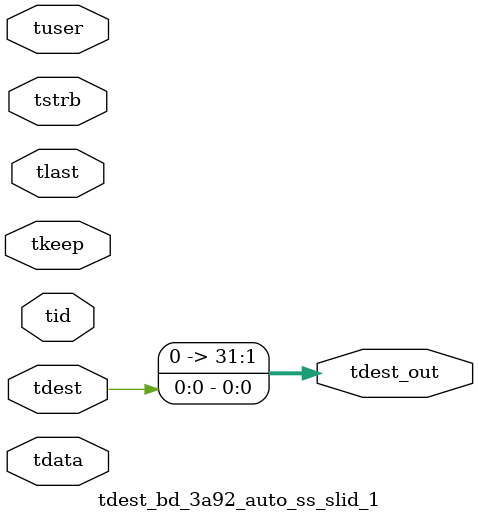
<source format=v>


`timescale 1ps/1ps

module tdest_bd_3a92_auto_ss_slid_1 #
(
parameter C_S_AXIS_TDATA_WIDTH = 32,
parameter C_S_AXIS_TUSER_WIDTH = 0,
parameter C_S_AXIS_TID_WIDTH   = 0,
parameter C_S_AXIS_TDEST_WIDTH = 0,
parameter C_M_AXIS_TDEST_WIDTH = 32
)
(
input  [(C_S_AXIS_TDATA_WIDTH == 0 ? 1 : C_S_AXIS_TDATA_WIDTH)-1:0     ] tdata,
input  [(C_S_AXIS_TUSER_WIDTH == 0 ? 1 : C_S_AXIS_TUSER_WIDTH)-1:0     ] tuser,
input  [(C_S_AXIS_TID_WIDTH   == 0 ? 1 : C_S_AXIS_TID_WIDTH)-1:0       ] tid,
input  [(C_S_AXIS_TDEST_WIDTH == 0 ? 1 : C_S_AXIS_TDEST_WIDTH)-1:0     ] tdest,
input  [(C_S_AXIS_TDATA_WIDTH/8)-1:0 ] tkeep,
input  [(C_S_AXIS_TDATA_WIDTH/8)-1:0 ] tstrb,
input                                                                    tlast,
output [C_M_AXIS_TDEST_WIDTH-1:0] tdest_out
);

assign tdest_out = {3'b000,tdest[0:0]};

endmodule


</source>
